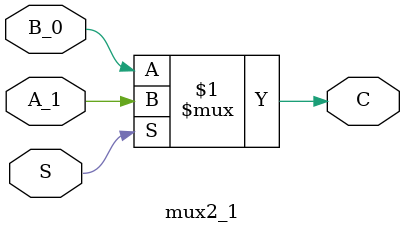
<source format=v>


module mux2_1( 
	input A_1, B_0,
	input S,
	output C
);
	
	assign C = S ? A_1 : B_0;

endmodule


</source>
